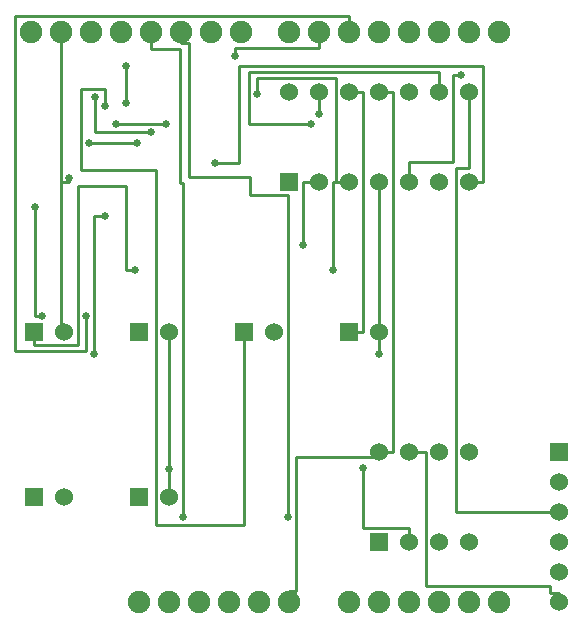
<source format=gbr>
G04 start of page 5 for group 4 idx 4 *
G04 Title: (unknown), bottom *
G04 Creator: pcb 20091103 *
G04 CreationDate: Wed 09 Mar 2011 02:16:16 PM GMT UTC *
G04 For: jlamothe *
G04 Format: Gerber/RS-274X *
G04 PCB-Dimensions: 200000 210000 *
G04 PCB-Coordinate-Origin: lower left *
%MOIN*%
%FSLAX25Y25*%
%LNGROUP4*%
%ADD11C,0.0200*%
%ADD12C,0.0600*%
%ADD13C,0.0750*%
%ADD14C,0.0250*%
%ADD16C,0.0300*%
%ADD17C,0.0280*%
%ADD18C,0.0380*%
%ADD19C,0.0150*%
%ADD20C,0.0100*%
G54D20*X185001Y40000D02*X150499D01*
X185000Y13000D02*Y9999D01*
X185001Y13000D02*X181999D01*
Y15251D02*Y12999D01*
X182000Y15251D02*X140499D01*
X135000Y34501D02*Y29999D01*
X140499Y60000D02*Y15250D01*
X140500Y60000D02*X135000D01*
X95000Y13749D02*Y9999D01*
X97252Y13749D02*X95000D01*
X97251Y58251D02*Y13748D01*
X125001Y58251D02*X97251D01*
X125000Y60000D02*Y58250D01*
X78245Y188503D02*Y156249D01*
X78246Y156250D02*X70250D01*
X61501Y196251D02*Y151497D01*
X82002Y151498D02*X61501D01*
X81498Y186502D02*Y169247D01*
X82001Y151498D02*Y145499D01*
X110499Y184501D02*Y149999D01*
X110500Y184501D02*X84249D01*
Y179248D01*
X105000Y180000D02*Y172748D01*
X102251Y169248D02*X81498D01*
X119500Y180000D02*Y99999D01*
X12501Y105250D02*X10250D01*
X27252Y93499D02*X3749D01*
X27251Y105250D02*Y93498D01*
X10000Y100000D02*Y95499D01*
X24501Y95500D02*X10000D01*
X20001Y100000D02*X19000D01*
X10250Y141500D02*Y105249D01*
X3749Y205251D02*Y93498D01*
X30002Y138750D02*Y92748D01*
X33751Y138750D02*X30002D01*
X33752Y180899D02*X25498D01*
X33751D02*Y175149D01*
X30250Y178148D02*Y166499D01*
X24500Y148501D02*Y95499D01*
X19000Y200000D02*Y99999D01*
X21751Y151251D02*Y149999D01*
X21752Y150000D02*X19000D01*
X40752Y148501D02*Y120648D01*
X43504Y120649D02*X40752D01*
X159501Y150000D02*X155000D01*
X155001Y154501D02*X150499D01*
X135000Y156502D02*Y149999D01*
X149501Y156502D02*X135000D01*
X115000Y205251D02*Y199999D01*
X105000Y200000D02*Y194749D01*
X105001Y194750D02*X76996D01*
X94501Y145500D02*X82001D01*
X159501Y188503D02*X78245D01*
X145001Y186502D02*X81498D01*
X159500Y188503D02*Y149999D01*
X155000Y180000D02*Y154500D01*
X149500Y185751D02*Y156501D01*
X152252Y185751D02*X149500D01*
X145000Y186502D02*Y179999D01*
X119501Y180000D02*X115000D01*
X129501D02*X125000D01*
X115001Y205251D02*X3749D01*
X76996Y194750D02*Y191998D01*
X59000Y200000D02*Y196250D01*
X61502Y196251D02*X59000D01*
X49000Y200000D02*Y194249D01*
X58751Y194250D02*Y149496D01*
X59502Y149497D02*X58751D01*
X40753Y148501D02*X24500D01*
X50500Y154002D02*X25498D01*
X40752Y188750D02*Y176146D01*
X58752Y194250D02*X49000D01*
X25498Y180899D02*Y154001D01*
X54000Y169251D02*Y169249D01*
X54001Y169251D02*X37252D01*
X48999Y166500D02*X30250D01*
X44252Y163000D02*X28249D01*
X150499Y154501D02*Y39999D01*
X94500Y145500D02*Y38248D01*
X80000Y100000D02*Y35497D01*
X59501Y149497D02*Y38248D01*
X50499Y154002D02*Y35497D01*
X55000Y54252D02*Y44999D01*
Y100000D02*Y44999D01*
X115001Y150000D02*X110499D01*
X109500D02*Y120648D01*
X115001Y150000D02*X109500D01*
X99500D02*Y128899D01*
X105001Y150000D02*X99500D01*
X119501Y100000D02*X115000D01*
X80001Y35498D02*X50499D01*
X135001Y34501D02*X119750D01*
Y54748D02*Y34500D01*
X129501Y60000D02*X125000D01*
X129500Y180000D02*Y59999D01*
X125000Y100000D02*Y92748D01*
Y150000D02*Y99999D01*
G54D11*G36*
X112000Y103000D02*Y97000D01*
X118000D01*
Y103000D01*
X112000D01*
G37*
G36*
X92000Y153000D02*Y147000D01*
X98000D01*
Y153000D01*
X92000D01*
G37*
G54D12*X105000Y150000D03*
X115000D03*
X125000Y100000D03*
Y60000D03*
G54D11*G36*
X7000Y48000D02*Y42000D01*
X13000D01*
Y48000D01*
X7000D01*
G37*
G54D12*X20000Y45000D03*
G54D11*G36*
X42000Y48000D02*Y42000D01*
X48000D01*
Y48000D01*
X42000D01*
G37*
G54D12*X55000Y45000D03*
G54D11*G36*
X42000Y103000D02*Y97000D01*
X48000D01*
Y103000D01*
X42000D01*
G37*
G54D12*X55000Y100000D03*
G54D11*G36*
X7000Y103000D02*Y97000D01*
X13000D01*
Y103000D01*
X7000D01*
G37*
G54D12*X20000Y100000D03*
G54D11*G36*
X77000Y103000D02*Y97000D01*
X83000D01*
Y103000D01*
X77000D01*
G37*
G54D12*X90000Y100000D03*
X155000Y30000D03*
Y60000D03*
X145000D03*
X135000D03*
G54D11*G36*
X122000Y33000D02*Y27000D01*
X128000D01*
Y33000D01*
X122000D01*
G37*
G54D12*X135000Y30000D03*
X145000D03*
G54D11*G36*
X182000Y63000D02*Y57000D01*
X188000D01*
Y63000D01*
X182000D01*
G37*
G54D12*X185000Y50000D03*
Y40000D03*
Y30000D03*
Y20000D03*
Y10000D03*
G54D13*X165000D03*
X155000D03*
X145000D03*
X135000D03*
X125000D03*
X115000D03*
X95000D03*
X85000D03*
X75000D03*
X65000D03*
X55000D03*
X45000D03*
G54D12*X125000Y150000D03*
X135000D03*
X145000D03*
X155000D03*
Y180000D03*
X145000D03*
X135000D03*
G54D13*X165000Y200000D03*
X155000D03*
X145000D03*
G54D12*X125000Y180000D03*
X115000D03*
X105000D03*
X95000D03*
G54D13*X135000Y200000D03*
X125000D03*
X115000D03*
X105000D03*
X95000D03*
X79000D03*
X69000D03*
X59000D03*
X49000D03*
X39000D03*
X29000D03*
X19000D03*
X9000D03*
G54D14*X125000Y92749D03*
X55000Y54252D03*
X119750Y54748D03*
X152251Y185751D03*
X105000Y172749D03*
X102250Y169248D03*
X99500Y128900D03*
X109500Y120649D03*
X84249Y179249D03*
X76996Y191999D03*
X70250Y156250D03*
X59501Y38249D03*
X94500D03*
X21751Y151251D03*
X28249Y163000D03*
X37252Y169251D03*
X10250Y141500D03*
X33750Y138750D03*
X30250Y178148D03*
X30002Y92749D03*
X44251Y163000D03*
X48998Y166500D03*
X54000Y169250D03*
X33751Y175150D03*
X40752Y176147D03*
X43503Y120649D03*
X27251Y105250D03*
X12500D03*
X40752Y188750D03*
G54D16*G54D17*G54D16*G54D17*G54D16*G54D17*G54D18*G54D16*G54D17*G54D16*G54D17*G54D16*G54D19*M02*

</source>
